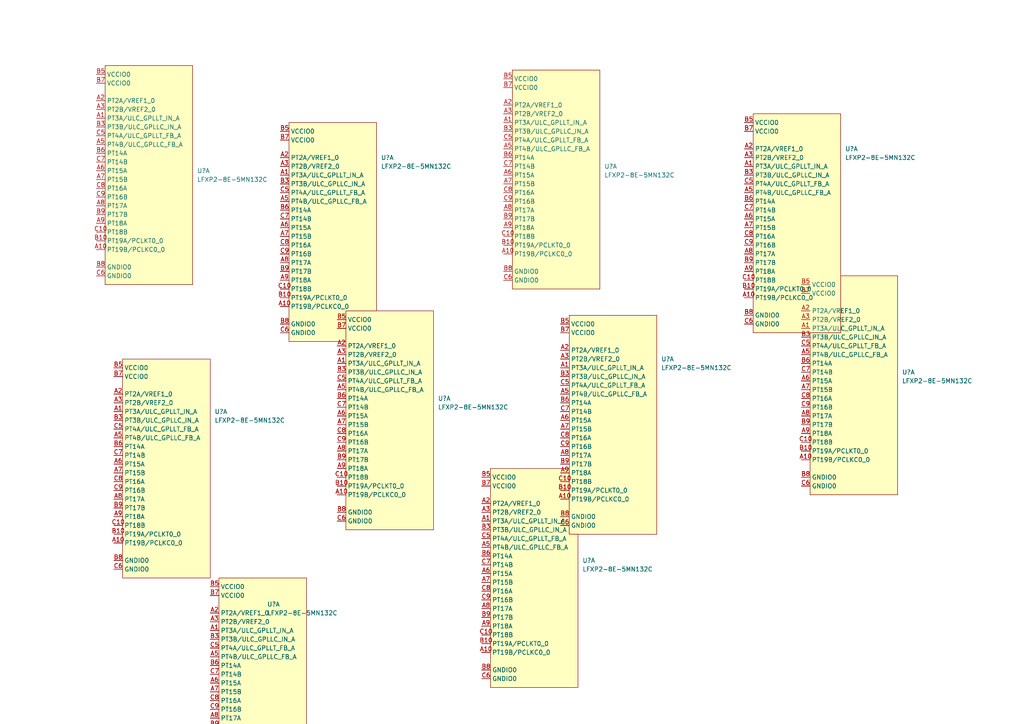
<source format=kicad_sch>
(kicad_sch (version 20211123) (generator eeschema)

  (uuid c4587bb7-c73a-4ad0-bcd4-d7dc9697e09b)

  (paper "A4")

  (title_block
    (title "FPGA")
  )

  (lib_symbols
    (symbol "FPGA_Lattice:LFXP2-8E-5MN132C" (in_bom yes) (on_board yes)
      (property "Reference" "U?" (id 0) (at 12.7 3.81 0)
        (effects (font (size 1.27 1.27)))
      )
      (property "Value" "LFXP2-8E-5MN132C" (id 1) (at 11.43 1.27 0)
        (effects (font (size 1.27 1.27)))
      )
      (property "Footprint" "" (id 2) (at 3.81 2.54 0)
        (effects (font (size 1.27 1.27)) hide)
      )
      (property "Datasheet" "" (id 3) (at 3.81 2.54 0)
        (effects (font (size 1.27 1.27)) hide)
      )
      (property "ki_locked" "" (id 4) (at 0 0 0)
        (effects (font (size 1.27 1.27)))
      )
      (symbol "LFXP2-8E-5MN132C_1_1"
        (rectangle (start 0 0) (end 25.4 -63.5)
          (stroke (width 0) (type default) (color 0 0 0 0))
          (fill (type background))
        )
        (pin bidirectional line (at -2.54 -15.24 0) (length 2.54)
          (name "PT3A/ULC_GPLLT_IN_A" (effects (font (size 1.27 1.27))))
          (number "A1" (effects (font (size 1.27 1.27))))
        )
        (pin bidirectional line (at -2.54 -53.34 0) (length 2.54)
          (name "PT19B/PCLKC0_0" (effects (font (size 1.27 1.27))))
          (number "A10" (effects (font (size 1.27 1.27))))
        )
        (pin bidirectional line (at -2.54 -10.16 0) (length 2.54)
          (name "PT2A/VREF1_0" (effects (font (size 1.27 1.27))))
          (number "A2" (effects (font (size 1.27 1.27))))
        )
        (pin bidirectional line (at -2.54 -12.7 0) (length 2.54)
          (name "PT2B/VREF2_0" (effects (font (size 1.27 1.27))))
          (number "A3" (effects (font (size 1.27 1.27))))
        )
        (pin bidirectional line (at -2.54 -22.86 0) (length 2.54)
          (name "PT4B/ULC_GPLLC_FB_A" (effects (font (size 1.27 1.27))))
          (number "A5" (effects (font (size 1.27 1.27))))
        )
        (pin bidirectional line (at -2.54 -30.48 0) (length 2.54)
          (name "PT15A" (effects (font (size 1.27 1.27))))
          (number "A6" (effects (font (size 1.27 1.27))))
        )
        (pin bidirectional line (at -2.54 -33.02 0) (length 2.54)
          (name "PT15B" (effects (font (size 1.27 1.27))))
          (number "A7" (effects (font (size 1.27 1.27))))
        )
        (pin bidirectional line (at -2.54 -40.64 0) (length 2.54)
          (name "PT17A" (effects (font (size 1.27 1.27))))
          (number "A8" (effects (font (size 1.27 1.27))))
        )
        (pin bidirectional line (at -2.54 -45.72 0) (length 2.54)
          (name "PT18A" (effects (font (size 1.27 1.27))))
          (number "A9" (effects (font (size 1.27 1.27))))
        )
        (pin bidirectional line (at -2.54 -50.8 0) (length 2.54)
          (name "PT19A/PCLKT0_0" (effects (font (size 1.27 1.27))))
          (number "B10" (effects (font (size 1.27 1.27))))
        )
        (pin bidirectional line (at -2.54 -17.78 0) (length 2.54)
          (name "PT3B/ULC_GPLLC_IN_A" (effects (font (size 1.27 1.27))))
          (number "B3" (effects (font (size 1.27 1.27))))
        )
        (pin power_in line (at -2.54 -2.54 0) (length 2.54)
          (name "VCCIO0" (effects (font (size 1.27 1.27))))
          (number "B5" (effects (font (size 1.27 1.27))))
        )
        (pin bidirectional line (at -2.54 -25.4 0) (length 2.54)
          (name "PT14A" (effects (font (size 1.27 1.27))))
          (number "B6" (effects (font (size 1.27 1.27))))
        )
        (pin power_in line (at -2.54 -5.08 0) (length 2.54)
          (name "VCCIO0" (effects (font (size 1.27 1.27))))
          (number "B7" (effects (font (size 1.27 1.27))))
        )
        (pin power_in line (at -2.54 -58.42 0) (length 2.54)
          (name "GNDIO0" (effects (font (size 1.27 1.27))))
          (number "B8" (effects (font (size 1.27 1.27))))
        )
        (pin bidirectional line (at -2.54 -43.18 0) (length 2.54)
          (name "PT17B" (effects (font (size 1.27 1.27))))
          (number "B9" (effects (font (size 1.27 1.27))))
        )
        (pin bidirectional line (at -2.54 -48.26 0) (length 2.54)
          (name "PT18B" (effects (font (size 1.27 1.27))))
          (number "C10" (effects (font (size 1.27 1.27))))
        )
        (pin bidirectional line (at -2.54 -20.32 0) (length 2.54)
          (name "PT4A/ULC_GPLLT_FB_A" (effects (font (size 1.27 1.27))))
          (number "C5" (effects (font (size 1.27 1.27))))
        )
        (pin power_in line (at -2.54 -60.96 0) (length 2.54)
          (name "GNDIO0" (effects (font (size 1.27 1.27))))
          (number "C6" (effects (font (size 1.27 1.27))))
        )
        (pin bidirectional line (at -2.54 -27.94 0) (length 2.54)
          (name "PT14B" (effects (font (size 1.27 1.27))))
          (number "C7" (effects (font (size 1.27 1.27))))
        )
        (pin bidirectional line (at -2.54 -35.56 0) (length 2.54)
          (name "PT16A" (effects (font (size 1.27 1.27))))
          (number "C8" (effects (font (size 1.27 1.27))))
        )
        (pin bidirectional line (at -2.54 -38.1 0) (length 2.54)
          (name "PT16B" (effects (font (size 1.27 1.27))))
          (number "C9" (effects (font (size 1.27 1.27))))
        )
      )
      (symbol "LFXP2-8E-5MN132C_2_1"
        (rectangle (start 0 0) (end 25.4 -22.86)
          (stroke (width 0) (type default) (color 0 0 0 0))
          (fill (type background))
        )
        (pin bidirectional line (at -2.54 -7.62 0) (length 2.54)
          (name "PT20A" (effects (font (size 1.27 1.27))))
          (number "A11" (effects (font (size 1.27 1.27))))
        )
        (pin power_in line (at -2.54 -2.54 0) (length 2.54)
          (name "VCCIO1" (effects (font (size 1.27 1.27))))
          (number "A12" (effects (font (size 1.27 1.27))))
        )
        (pin bidirectional line (at -2.54 -15.24 0) (length 2.54)
          (name "PT32B/VREF2_1" (effects (font (size 1.27 1.27))))
          (number "A13" (effects (font (size 1.27 1.27))))
        )
        (pin bidirectional line (at -2.54 -10.16 0) (length 2.54)
          (name "PT20B" (effects (font (size 1.27 1.27))))
          (number "B12" (effects (font (size 1.27 1.27))))
        )
        (pin bidirectional line (at -2.54 -12.7 0) (length 2.54)
          (name "PT32A/VREF1_1" (effects (font (size 1.27 1.27))))
          (number "B13" (effects (font (size 1.27 1.27))))
        )
        (pin power_in line (at -2.54 -20.32 0) (length 2.54)
          (name "GNDIO1" (effects (font (size 1.27 1.27))))
          (number "C12" (effects (font (size 1.27 1.27))))
        )
      )
      (symbol "LFXP2-8E-5MN132C_3_1"
        (rectangle (start 0 0) (end 25.4 -58.42)
          (stroke (width 0) (type default) (color 0 0 0 0))
          (fill (type background))
        )
        (pin bidirectional line (at -2.54 -10.16 0) (length 2.54)
          (name "PR2A/VREF1_2" (effects (font (size 1.27 1.27))))
          (number "A14" (effects (font (size 1.27 1.27))))
        )
        (pin bidirectional line (at -2.54 -12.7 0) (length 2.54)
          (name "PR2B/VREF2_2" (effects (font (size 1.27 1.27))))
          (number "B14" (effects (font (size 1.27 1.27))))
        )
        (pin power_in line (at -2.54 -53.34 0) (length 2.54)
          (name "GNDIO2" (effects (font (size 1.27 1.27))))
          (number "C13" (effects (font (size 1.27 1.27))))
        )
        (pin power_in line (at -2.54 -2.54 0) (length 2.54)
          (name "VCCIO2" (effects (font (size 1.27 1.27))))
          (number "C14" (effects (font (size 1.27 1.27))))
        )
        (pin bidirectional line (at -2.54 -15.24 0) (length 2.54)
          (name "PR10A" (effects (font (size 1.27 1.27))))
          (number "D12" (effects (font (size 1.27 1.27))))
        )
        (pin bidirectional line (at -2.54 -17.78 0) (length 2.54)
          (name "PR10B" (effects (font (size 1.27 1.27))))
          (number "D13" (effects (font (size 1.27 1.27))))
        )
        (pin bidirectional line (at -2.54 -20.32 0) (length 2.54)
          (name "PR11A" (effects (font (size 1.27 1.27))))
          (number "D14" (effects (font (size 1.27 1.27))))
        )
        (pin bidirectional line (at -2.54 -25.4 0) (length 2.54)
          (name "PR12A" (effects (font (size 1.27 1.27))))
          (number "E12" (effects (font (size 1.27 1.27))))
        )
        (pin power_in line (at -2.54 -55.88 0) (length 2.54)
          (name "GNDIO2" (effects (font (size 1.27 1.27))))
          (number "E13" (effects (font (size 1.27 1.27))))
        )
        (pin bidirectional line (at -2.54 -22.86 0) (length 2.54)
          (name "PR11B" (effects (font (size 1.27 1.27))))
          (number "E14" (effects (font (size 1.27 1.27))))
        )
        (pin bidirectional line (at -2.54 -27.94 0) (length 2.54)
          (name "PR12B" (effects (font (size 1.27 1.27))))
          (number "F12" (effects (font (size 1.27 1.27))))
        )
        (pin power_in line (at -2.54 -5.08 0) (length 2.54)
          (name "VCCIO2" (effects (font (size 1.27 1.27))))
          (number "F13" (effects (font (size 1.27 1.27))))
        )
        (pin bidirectional line (at -2.54 -30.48 0) (length 2.54)
          (name "PR13A" (effects (font (size 1.27 1.27))))
          (number "F14" (effects (font (size 1.27 1.27))))
        )
        (pin bidirectional line (at -2.54 -35.56 0) (length 2.54)
          (name "PR14A" (effects (font (size 1.27 1.27))))
          (number "G12" (effects (font (size 1.27 1.27))))
        )
        (pin bidirectional line (at -2.54 -38.1 0) (length 2.54)
          (name "PR14B" (effects (font (size 1.27 1.27))))
          (number "G13" (effects (font (size 1.27 1.27))))
        )
        (pin bidirectional line (at -2.54 -33.02 0) (length 2.54)
          (name "PR13B" (effects (font (size 1.27 1.27))))
          (number "G14" (effects (font (size 1.27 1.27))))
        )
        (pin bidirectional line (at -2.54 -43.18 0) (length 2.54)
          (name "PR15B" (effects (font (size 1.27 1.27))))
          (number "H12" (effects (font (size 1.27 1.27))))
        )
        (pin bidirectional line (at -2.54 -40.64 0) (length 2.54)
          (name "PR15A" (effects (font (size 1.27 1.27))))
          (number "H13" (effects (font (size 1.27 1.27))))
        )
        (pin bidirectional line (at -2.54 -45.72 0) (length 2.54)
          (name "PR16A/PCLKT2_0" (effects (font (size 1.27 1.27))))
          (number "H14" (effects (font (size 1.27 1.27))))
        )
        (pin bidirectional line (at -2.54 -48.26 0) (length 2.54)
          (name "PR16B/PCLKC2_0" (effects (font (size 1.27 1.27))))
          (number "J12" (effects (font (size 1.27 1.27))))
        )
      )
      (symbol "LFXP2-8E-5MN132C_4_1"
        (rectangle (start 0 0) (end 25.4 -22.86)
          (stroke (width 0) (type default) (color 0 0 0 0))
          (fill (type background))
        )
        (pin bidirectional line (at -2.54 -10.16 0) (length 2.54)
          (name "PR18A/PCLKT3_0" (effects (font (size 1.27 1.27))))
          (number "L14" (effects (font (size 1.27 1.27))))
        )
        (pin power_in line (at -2.54 -2.54 0) (length 2.54)
          (name "VCCIO3" (effects (font (size 1.27 1.27))))
          (number "M12" (effects (font (size 1.27 1.27))))
        )
        (pin bidirectional line (at -2.54 -7.62 0) (length 2.54)
          (name "PR18B/PCLKC3_0" (effects (font (size 1.27 1.27))))
          (number "M13" (effects (font (size 1.27 1.27))))
        )
        (pin power_in line (at -2.54 -20.32 0) (length 2.54)
          (name "GNDIO3" (effects (font (size 1.27 1.27))))
          (number "M14" (effects (font (size 1.27 1.27))))
        )
        (pin bidirectional line (at -2.54 -15.24 0) (length 2.54)
          (name "PR30B/VREF2_3" (effects (font (size 1.27 1.27))))
          (number "N13" (effects (font (size 1.27 1.27))))
        )
        (pin bidirectional line (at -2.54 -12.7 0) (length 2.54)
          (name "PR30A/VREF1_3" (effects (font (size 1.27 1.27))))
          (number "N14" (effects (font (size 1.27 1.27))))
        )
      )
      (symbol "LFXP2-8E-5MN132C_5_1"
        (rectangle (start 0 0) (end 25.4 -33.02)
          (stroke (width 0) (type default) (color 0 0 0 0))
          (fill (type background))
        )
        (pin bidirectional line (at -2.54 -15.24 0) (length 2.54)
          (name "PB30B/LRC_GPLLC_IN_A" (effects (font (size 1.27 1.27))))
          (number "M10" (effects (font (size 1.27 1.27))))
        )
        (pin power_in line (at -2.54 -2.54 0) (length 2.54)
          (name "VCCIO4" (effects (font (size 1.27 1.27))))
          (number "M9" (effects (font (size 1.27 1.27))))
        )
        (pin power_in line (at -2.54 -30.48 0) (length 2.54)
          (name "GNDIO4" (effects (font (size 1.27 1.27))))
          (number "N10" (effects (font (size 1.27 1.27))))
        )
        (pin bidirectional line (at -2.54 -22.86 0) (length 2.54)
          (name "PB32A/VREF1_4" (effects (font (size 1.27 1.27))))
          (number "N12" (effects (font (size 1.27 1.27))))
        )
        (pin bidirectional line (at -2.54 -10.16 0) (length 2.54)
          (name "PB20B/PCLKC4_0" (effects (font (size 1.27 1.27))))
          (number "N9" (effects (font (size 1.27 1.27))))
        )
        (pin bidirectional line (at -2.54 -12.7 0) (length 2.54)
          (name "PB30A/LRC_GPLLT_IN_A" (effects (font (size 1.27 1.27))))
          (number "P10" (effects (font (size 1.27 1.27))))
        )
        (pin bidirectional line (at -2.54 -17.78 0) (length 2.54)
          (name "PB31A/LRC_GPLLT_FB_A" (effects (font (size 1.27 1.27))))
          (number "P12" (effects (font (size 1.27 1.27))))
        )
        (pin bidirectional line (at -2.54 -20.32 0) (length 2.54)
          (name "PB31B/LRC_GPLLC_FB_A" (effects (font (size 1.27 1.27))))
          (number "P13" (effects (font (size 1.27 1.27))))
        )
        (pin bidirectional line (at -2.54 -25.4 0) (length 2.54)
          (name "PB32B/VREF2_4" (effects (font (size 1.27 1.27))))
          (number "P14" (effects (font (size 1.27 1.27))))
        )
        (pin bidirectional line (at -2.54 -7.62 0) (length 2.54)
          (name "PB20A/PCLKT4_0" (effects (font (size 1.27 1.27))))
          (number "P9" (effects (font (size 1.27 1.27))))
        )
      )
      (symbol "LFXP2-8E-5MN132C_6_1"
        (rectangle (start 0 0) (end 25.4 -53.34)
          (stroke (width 0) (type default) (color 0 0 0 0))
          (fill (type background))
        )
        (pin power_in line (at -2.54 -2.54 0) (length 2.54)
          (name "VCCIO5" (effects (font (size 1.27 1.27))))
          (number "M3" (effects (font (size 1.27 1.27))))
        )
        (pin bidirectional line (at -2.54 -22.86 0) (length 2.54)
          (name "PB15B" (effects (font (size 1.27 1.27))))
          (number "M4" (effects (font (size 1.27 1.27))))
        )
        (pin bidirectional line (at -2.54 -27.94 0) (length 2.54)
          (name "PB16B" (effects (font (size 1.27 1.27))))
          (number "M5" (effects (font (size 1.27 1.27))))
        )
        (pin bidirectional line (at -2.54 -33.02 0) (length 2.54)
          (name "PB17B" (effects (font (size 1.27 1.27))))
          (number "M6" (effects (font (size 1.27 1.27))))
        )
        (pin bidirectional line (at -2.54 -38.1 0) (length 2.54)
          (name "PB18B" (effects (font (size 1.27 1.27))))
          (number "M7" (effects (font (size 1.27 1.27))))
        )
        (pin bidirectional line (at -2.54 -12.7 0) (length 2.54)
          (name "PB2B/VREF2_5" (effects (font (size 1.27 1.27))))
          (number "N2" (effects (font (size 1.27 1.27))))
        )
        (pin bidirectional line (at -2.54 -20.32 0) (length 2.54)
          (name "PB15A" (effects (font (size 1.27 1.27))))
          (number "N3" (effects (font (size 1.27 1.27))))
        )
        (pin bidirectional line (at -2.54 -17.78 0) (length 2.54)
          (name "PB14B" (effects (font (size 1.27 1.27))))
          (number "N4" (effects (font (size 1.27 1.27))))
        )
        (pin power_in line (at -2.54 -5.08 0) (length 2.54)
          (name "VCCIO5" (effects (font (size 1.27 1.27))))
          (number "N5" (effects (font (size 1.27 1.27))))
        )
        (pin power_in line (at -2.54 -50.8 0) (length 2.54)
          (name "GNDIO5" (effects (font (size 1.27 1.27))))
          (number "N6" (effects (font (size 1.27 1.27))))
        )
        (pin bidirectional line (at -2.54 -40.64 0) (length 2.54)
          (name "PB19A/PCLKT5_0" (effects (font (size 1.27 1.27))))
          (number "N7" (effects (font (size 1.27 1.27))))
        )
        (pin bidirectional line (at -2.54 -43.18 0) (length 2.54)
          (name "PB19B/PCLKC5_0" (effects (font (size 1.27 1.27))))
          (number "N8" (effects (font (size 1.27 1.27))))
        )
        (pin bidirectional line (at -2.54 -10.16 0) (length 2.54)
          (name "PB2A/VREF1_5" (effects (font (size 1.27 1.27))))
          (number "P2" (effects (font (size 1.27 1.27))))
        )
        (pin power_in line (at -2.54 -48.26 0) (length 2.54)
          (name "GNDIO5" (effects (font (size 1.27 1.27))))
          (number "P3" (effects (font (size 1.27 1.27))))
        )
        (pin bidirectional line (at -2.54 -15.24 0) (length 2.54)
          (name "PB14A" (effects (font (size 1.27 1.27))))
          (number "P4" (effects (font (size 1.27 1.27))))
        )
        (pin bidirectional line (at -2.54 -25.4 0) (length 2.54)
          (name "PB16A" (effects (font (size 1.27 1.27))))
          (number "P5" (effects (font (size 1.27 1.27))))
        )
        (pin bidirectional line (at -2.54 -30.48 0) (length 2.54)
          (name "PB17A" (effects (font (size 1.27 1.27))))
          (number "P6" (effects (font (size 1.27 1.27))))
        )
        (pin bidirectional line (at -2.54 -35.56 0) (length 2.54)
          (name "PB18A" (effects (font (size 1.27 1.27))))
          (number "P7" (effects (font (size 1.27 1.27))))
        )
      )
      (symbol "LFXP2-8E-5MN132C_7_1"
        (rectangle (start 0 0) (end 25.4 -27.94)
          (stroke (width 0) (type default) (color 0 0 0 0))
          (fill (type background))
        )
        (pin bidirectional line (at -2.54 -12.7 0) (length 2.54)
          (name "PL19A" (effects (font (size 1.27 1.27))))
          (number "K3" (effects (font (size 1.27 1.27))))
        )
        (pin bidirectional line (at -2.54 -7.62 0) (length 2.54)
          (name "PL18A/PCLKT6_0" (effects (font (size 1.27 1.27))))
          (number "L1" (effects (font (size 1.27 1.27))))
        )
        (pin bidirectional line (at -2.54 -15.24 0) (length 2.54)
          (name "PL19B" (effects (font (size 1.27 1.27))))
          (number "L2" (effects (font (size 1.27 1.27))))
        )
        (pin bidirectional line (at -2.54 -10.16 0) (length 2.54)
          (name "PL18B/PCLKC6_0" (effects (font (size 1.27 1.27))))
          (number "L3" (effects (font (size 1.27 1.27))))
        )
        (pin power_in line (at -2.54 -2.54 0) (length 2.54)
          (name "VCCIO6" (effects (font (size 1.27 1.27))))
          (number "M1" (effects (font (size 1.27 1.27))))
        )
        (pin power_in line (at -2.54 -25.4 0) (length 2.54)
          (name "GNDIO6" (effects (font (size 1.27 1.27))))
          (number "M2" (effects (font (size 1.27 1.27))))
        )
        (pin bidirectional line (at -2.54 -17.78 0) (length 2.54)
          (name "PL32A/VREF1_6" (effects (font (size 1.27 1.27))))
          (number "N1" (effects (font (size 1.27 1.27))))
        )
        (pin bidirectional line (at -2.54 -20.32 0) (length 2.54)
          (name "PL32B/VREF2_6" (effects (font (size 1.27 1.27))))
          (number "P1" (effects (font (size 1.27 1.27))))
        )
      )
      (symbol "LFXP2-8E-5MN132C_8_1"
        (rectangle (start 0 0) (end 25.4 -58.42)
          (stroke (width 0) (type default) (color 0 0 0 0))
          (fill (type background))
        )
        (pin bidirectional line (at -2.54 -10.16 0) (length 2.54)
          (name "PL2A/VREF1_7" (effects (font (size 1.27 1.27))))
          (number "B1" (effects (font (size 1.27 1.27))))
        )
        (pin bidirectional line (at -2.54 -12.7 0) (length 2.54)
          (name "PL2B/VREF2_7" (effects (font (size 1.27 1.27))))
          (number "B2" (effects (font (size 1.27 1.27))))
        )
        (pin power_in line (at -2.54 -53.34 0) (length 2.54)
          (name "GNDIO7" (effects (font (size 1.27 1.27))))
          (number "C1" (effects (font (size 1.27 1.27))))
        )
        (pin bidirectional line (at -2.54 -15.24 0) (length 2.54)
          (name "PL10A/PROGRAMN" (effects (font (size 1.27 1.27))))
          (number "C2" (effects (font (size 1.27 1.27))))
        )
        (pin power_in line (at -2.54 -2.54 0) (length 2.54)
          (name "VCCIO7" (effects (font (size 1.27 1.27))))
          (number "C3" (effects (font (size 1.27 1.27))))
        )
        (pin bidirectional line (at -2.54 -20.32 0) (length 2.54)
          (name "PL11A/CFG1" (effects (font (size 1.27 1.27))))
          (number "D1" (effects (font (size 1.27 1.27))))
        )
        (pin bidirectional line (at -2.54 -25.4 0) (length 2.54)
          (name "PL12A/CSSPISN" (effects (font (size 1.27 1.27))))
          (number "D2" (effects (font (size 1.27 1.27))))
        )
        (pin bidirectional line (at -2.54 -17.78 0) (length 2.54)
          (name "PL10B/DONE" (effects (font (size 1.27 1.27))))
          (number "D3" (effects (font (size 1.27 1.27))))
        )
        (pin bidirectional line (at -2.54 -22.86 0) (length 2.54)
          (name "PL11B" (effects (font (size 1.27 1.27))))
          (number "E1" (effects (font (size 1.27 1.27))))
        )
        (pin power_in line (at -2.54 -55.88 0) (length 2.54)
          (name "GNDIO7" (effects (font (size 1.27 1.27))))
          (number "E2" (effects (font (size 1.27 1.27))))
        )
        (pin bidirectional line (at -2.54 -27.94 0) (length 2.54)
          (name "PL12B/CSSPIN" (effects (font (size 1.27 1.27))))
          (number "E3" (effects (font (size 1.27 1.27))))
        )
        (pin bidirectional line (at -2.54 -30.48 0) (length 2.54)
          (name "PL13A" (effects (font (size 1.27 1.27))))
          (number "F1" (effects (font (size 1.27 1.27))))
        )
        (pin power_in line (at -2.54 -5.08 0) (length 2.54)
          (name "VCCIO7" (effects (font (size 1.27 1.27))))
          (number "F2" (effects (font (size 1.27 1.27))))
        )
        (pin bidirectional line (at -2.54 -35.56 0) (length 2.54)
          (name "PL14A/CCLK" (effects (font (size 1.27 1.27))))
          (number "F3" (effects (font (size 1.27 1.27))))
        )
        (pin bidirectional line (at -2.54 -33.02 0) (length 2.54)
          (name "PL13B" (effects (font (size 1.27 1.27))))
          (number "G1" (effects (font (size 1.27 1.27))))
        )
        (pin bidirectional line (at -2.54 -38.1 0) (length 2.54)
          (name "PL14B/SO" (effects (font (size 1.27 1.27))))
          (number "G2" (effects (font (size 1.27 1.27))))
        )
        (pin bidirectional line (at -2.54 -43.18 0) (length 2.54)
          (name "PL15B/INITN" (effects (font (size 1.27 1.27))))
          (number "G3" (effects (font (size 1.27 1.27))))
        )
        (pin bidirectional line (at -2.54 -45.72 0) (length 2.54)
          (name "PL16A/PCLKT7_0" (effects (font (size 1.27 1.27))))
          (number "H1" (effects (font (size 1.27 1.27))))
        )
        (pin bidirectional line (at -2.54 -40.64 0) (length 2.54)
          (name "PL15A/SI" (effects (font (size 1.27 1.27))))
          (number "H2" (effects (font (size 1.27 1.27))))
        )
        (pin bidirectional line (at -2.54 -48.26 0) (length 2.54)
          (name "PL16B/PCLKC7_0" (effects (font (size 1.27 1.27))))
          (number "H3" (effects (font (size 1.27 1.27))))
        )
      )
      (symbol "LFXP2-8E-5MN132C_9_1"
        (rectangle (start 0 0) (end 12.7 -17.78)
          (stroke (width 0) (type default) (color 0 0 0 0))
          (fill (type background))
        )
        (pin bidirectional line (at -2.54 -2.54 0) (length 2.54)
          (name "VCCJ" (effects (font (size 1.27 1.27))))
          (number "K12" (effects (font (size 1.27 1.27))))
        )
        (pin bidirectional line (at -2.54 -15.24 0) (length 2.54)
          (name "TDO" (effects (font (size 1.27 1.27))))
          (number "K13" (effects (font (size 1.27 1.27))))
        )
        (pin bidirectional line (at -2.54 -10.16 0) (length 2.54)
          (name "TCK" (effects (font (size 1.27 1.27))))
          (number "K14" (effects (font (size 1.27 1.27))))
        )
        (pin bidirectional line (at -2.54 -7.62 0) (length 2.54)
          (name "TMS" (effects (font (size 1.27 1.27))))
          (number "L12" (effects (font (size 1.27 1.27))))
        )
        (pin bidirectional line (at -2.54 -12.7 0) (length 2.54)
          (name "TDI" (effects (font (size 1.27 1.27))))
          (number "L13" (effects (font (size 1.27 1.27))))
        )
      )
      (symbol "LFXP2-8E-5MN132C_10_1"
        (rectangle (start 0 0) (end 25.4 -55.88)
          (stroke (width 0) (type default) (color 0 0 0 0))
          (fill (type background))
        )
        (pin power_in line (at -2.54 -40.64 0) (length 2.54)
          (name "ULC_VCCPLL" (effects (font (size 1.27 1.27))))
          (number "A4" (effects (font (size 1.27 1.27))))
        )
        (pin power_in line (at -2.54 -12.7 0) (length 2.54)
          (name "VCC" (effects (font (size 1.27 1.27))))
          (number "B11" (effects (font (size 1.27 1.27))))
        )
        (pin power_in line (at -2.54 -45.72 0) (length 2.54)
          (name "ULC_GNDPLL" (effects (font (size 1.27 1.27))))
          (number "B4" (effects (font (size 1.27 1.27))))
        )
        (pin power_in line (at -2.54 -27.94 0) (length 2.54)
          (name "VCCAUX" (effects (font (size 1.27 1.27))))
          (number "C11" (effects (font (size 1.27 1.27))))
        )
        (pin power_in line (at -2.54 -15.24 0) (length 2.54)
          (name "VCC" (effects (font (size 1.27 1.27))))
          (number "C4" (effects (font (size 1.27 1.27))))
        )
        (pin power_in line (at -2.54 -53.34 0) (length 2.54)
          (name "GND" (effects (font (size 1.27 1.27))))
          (number "J1" (effects (font (size 1.27 1.27))))
        )
        (pin power_in line (at -2.54 -10.16 0) (length 2.54)
          (name "VCC" (effects (font (size 1.27 1.27))))
          (number "J13" (effects (font (size 1.27 1.27))))
        )
        (pin power_in line (at -2.54 -25.4 0) (length 2.54)
          (name "VCCAUX" (effects (font (size 1.27 1.27))))
          (number "J14" (effects (font (size 1.27 1.27))))
        )
        (pin power_in line (at -2.54 -20.32 0) (length 2.54)
          (name "VCCAUX" (effects (font (size 1.27 1.27))))
          (number "J2" (effects (font (size 1.27 1.27))))
        )
        (pin power_in line (at -2.54 -2.54 0) (length 2.54)
          (name "VCC" (effects (font (size 1.27 1.27))))
          (number "J3" (effects (font (size 1.27 1.27))))
        )
        (pin input line (at -2.54 -35.56 0) (length 2.54)
          (name "CFG0" (effects (font (size 1.27 1.27))))
          (number "K1" (effects (font (size 1.27 1.27))))
        )
        (pin input line (at -2.54 -33.02 0) (length 2.54)
          (name "TOE" (effects (font (size 1.27 1.27))))
          (number "K2" (effects (font (size 1.27 1.27))))
        )
        (pin power_in line (at -2.54 -48.26 0) (length 2.54)
          (name "LRC_GNDPLL" (effects (font (size 1.27 1.27))))
          (number "M11" (effects (font (size 1.27 1.27))))
        )
        (pin power_in line (at -2.54 -22.86 0) (length 2.54)
          (name "VCCAUX" (effects (font (size 1.27 1.27))))
          (number "M8" (effects (font (size 1.27 1.27))))
        )
        (pin power_in line (at -2.54 -7.62 0) (length 2.54)
          (name "VCC" (effects (font (size 1.27 1.27))))
          (number "N11" (effects (font (size 1.27 1.27))))
        )
        (pin power_in line (at -2.54 -43.18 0) (length 2.54)
          (name "LRC_VCCPLL" (effects (font (size 1.27 1.27))))
          (number "P11" (effects (font (size 1.27 1.27))))
        )
        (pin power_in line (at -2.54 -5.08 0) (length 2.54)
          (name "VCC" (effects (font (size 1.27 1.27))))
          (number "P8" (effects (font (size 1.27 1.27))))
        )
      )
    )
  )


  (symbol (lib_id "FPGA_Lattice:LFXP2-8E-5MN132C") (at 35.56 104.14 0)
    (in_bom yes) (on_board yes) (fields_autoplaced)
    (uuid 03031b1d-3503-4fbb-bb1d-d0daee267daa)
    (property "Reference" "U?" (id 0) (at 62.23 119.3799 0)
      (effects (font (size 1.27 1.27)) (justify left))
    )
    (property "Value" "LFXP2-8E-5MN132C" (id 1) (at 62.23 121.9199 0)
      (effects (font (size 1.27 1.27)) (justify left))
    )
    (property "Footprint" "" (id 2) (at 39.37 101.6 0)
      (effects (font (size 1.27 1.27)) hide)
    )
    (property "Datasheet" "" (id 3) (at 39.37 101.6 0)
      (effects (font (size 1.27 1.27)) hide)
    )
    (pin "M10" (uuid 42af8a18-846c-4d20-bbb6-e9703da73b65))
    (pin "M9" (uuid 9e070008-8121-4a2c-b0f6-1f25a22d1f95))
    (pin "N10" (uuid 8fc0e284-4d10-4886-b04e-1d1c98e00f16))
    (pin "N12" (uuid 11a1856c-6ec0-432b-9964-50ceab89188e))
    (pin "N9" (uuid 046e5b53-9e19-48cc-834f-8cd487793870))
    (pin "P10" (uuid 22387cf7-8e73-4b64-ac32-ced7b21671fd))
    (pin "P12" (uuid 646d4c88-d932-456d-9809-ca8135f311e9))
    (pin "P13" (uuid fcf2a30e-0907-47a1-8198-039df1d87888))
    (pin "P14" (uuid 079b412a-60f3-415d-b992-79399f5f997e))
    (pin "P9" (uuid 15ce83ed-8715-4d66-946a-945b08bd166f))
  )

  (symbol (lib_id "FPGA_Lattice:LFXP2-8E-5MN132C") (at 83.82 35.56 0)
    (in_bom yes) (on_board yes) (fields_autoplaced)
    (uuid 1765047d-477d-4e9e-a14b-c311772de8ac)
    (property "Reference" "U?" (id 0) (at 110.49 45.7199 0)
      (effects (font (size 1.27 1.27)) (justify left))
    )
    (property "Value" "LFXP2-8E-5MN132C" (id 1) (at 110.49 48.2599 0)
      (effects (font (size 1.27 1.27)) (justify left))
    )
    (property "Footprint" "" (id 2) (at 87.63 33.02 0)
      (effects (font (size 1.27 1.27)) hide)
    )
    (property "Datasheet" "" (id 3) (at 87.63 33.02 0)
      (effects (font (size 1.27 1.27)) hide)
    )
    (pin "A11" (uuid e3a2af96-786b-4663-9cd5-6f4a153c73df))
    (pin "A12" (uuid fc4575c7-1211-4a6e-9b0c-bd311d6a5db5))
    (pin "A13" (uuid 0ceff678-fdd5-4844-b0e6-b9747faf23be))
    (pin "B12" (uuid 37e5ded2-3f6d-4c40-8873-12ca95033cc8))
    (pin "B13" (uuid 9057bac2-3beb-49f2-a9c8-8c8e66ee4bf2))
    (pin "C12" (uuid 513578c7-a30d-4695-b141-34a581b1d4cb))
  )

  (symbol (lib_id "FPGA_Lattice:LFXP2-8E-5MN132C") (at 142.24 135.89 0)
    (in_bom yes) (on_board yes) (fields_autoplaced)
    (uuid 2c70d510-d60c-4bed-aef6-47a1a52339b8)
    (property "Reference" "U?" (id 0) (at 168.91 162.5599 0)
      (effects (font (size 1.27 1.27)) (justify left))
    )
    (property "Value" "LFXP2-8E-5MN132C" (id 1) (at 168.91 165.0999 0)
      (effects (font (size 1.27 1.27)) (justify left))
    )
    (property "Footprint" "" (id 2) (at 146.05 133.35 0)
      (effects (font (size 1.27 1.27)) hide)
    )
    (property "Datasheet" "" (id 3) (at 146.05 133.35 0)
      (effects (font (size 1.27 1.27)) hide)
    )
    (pin "A4" (uuid a0576b86-4339-4fe7-90f9-a86443f371dd))
    (pin "B11" (uuid 283da747-0a29-4bf8-be16-c43826437d60))
    (pin "B4" (uuid d63d3b76-1d2c-4205-9f33-6c1676336802))
    (pin "C11" (uuid a43a7a13-409f-4973-9701-588fbcebbd91))
    (pin "C4" (uuid daa2df05-04bc-4dd6-8958-92aa4f6233a0))
    (pin "J1" (uuid 9b7644b5-92d3-4338-9d9a-ad1fc4429e92))
    (pin "J13" (uuid f86ca39f-4224-4a5c-ba1a-24bcda5dae89))
    (pin "J14" (uuid 78c55dce-bd16-46fb-8de1-db1377dadff9))
    (pin "J2" (uuid b72dd3b3-31c1-4971-b175-c8e328b96916))
    (pin "J3" (uuid c687561e-c382-48c1-b069-cd300809bba5))
    (pin "K1" (uuid ae5787de-8059-4d56-992f-63c88d07f9f7))
    (pin "K2" (uuid a0fa262b-99e4-4387-995b-f0c63c1441bb))
    (pin "M11" (uuid afa659e2-5c04-4d6c-9b38-cbbcb6fa4810))
    (pin "M8" (uuid 309578c2-6f74-4867-9627-597ca3d9abed))
    (pin "N11" (uuid c3f23909-5467-47d8-b5e0-4e8edb570e6a))
    (pin "P11" (uuid 793705c3-2363-4c7b-bf26-d0af62a462e8))
    (pin "P8" (uuid 0d322a60-9cc8-438d-bd3e-ef3d0c0b9599))
  )

  (symbol (lib_id "FPGA_Lattice:LFXP2-8E-5MN132C") (at 234.95 80.01 0)
    (in_bom yes) (on_board yes) (fields_autoplaced)
    (uuid 348f0dc1-2fce-4d8e-8a95-66b79092ec52)
    (property "Reference" "U?" (id 0) (at 261.62 107.9499 0)
      (effects (font (size 1.27 1.27)) (justify left))
    )
    (property "Value" "LFXP2-8E-5MN132C" (id 1) (at 261.62 110.4899 0)
      (effects (font (size 1.27 1.27)) (justify left))
    )
    (property "Footprint" "" (id 2) (at 238.76 77.47 0)
      (effects (font (size 1.27 1.27)) hide)
    )
    (property "Datasheet" "" (id 3) (at 238.76 77.47 0)
      (effects (font (size 1.27 1.27)) hide)
    )
    (pin "B1" (uuid e4372dd1-2540-4f56-8be4-c29754f6c8b4))
    (pin "B2" (uuid ced47904-7700-4c2a-b822-da09b011e914))
    (pin "C1" (uuid 6a983344-009f-4da8-8f69-c2fc68673302))
    (pin "C2" (uuid 41a177e0-d92a-493e-8536-2411f04bc447))
    (pin "C3" (uuid 971ed987-493f-43a7-b698-1b7475381e16))
    (pin "D1" (uuid d1ead60a-e545-4ddf-a588-c839cd9a16c2))
    (pin "D2" (uuid 43a98620-23da-460a-8ba2-a7816a067433))
    (pin "D3" (uuid a20feb93-5aa9-417d-8a0f-71494dc240ed))
    (pin "E1" (uuid a2391ff0-af3d-45cd-8632-e474ab143162))
    (pin "E2" (uuid 91f4a1ba-c121-49bc-bc28-3ccfba294bd2))
    (pin "E3" (uuid ef66c3ca-7a82-46fe-948b-ffca7d14c3cf))
    (pin "F1" (uuid bbab2132-fd4a-481a-bfaf-a02671ef125f))
    (pin "F2" (uuid 81aba31e-6206-4ff4-80fd-21a9f343328e))
    (pin "F3" (uuid 1250cafa-4c50-40f4-a07d-38b647c89291))
    (pin "G1" (uuid 60d129ec-aad9-43ad-be3f-3df8db652dee))
    (pin "G2" (uuid 40255f2e-5b3a-443b-b71c-a08fa8e40c04))
    (pin "G3" (uuid a384cd79-207f-402d-a125-b08728f09ef6))
    (pin "H1" (uuid d4b7e66f-ed35-4fc5-94a9-d500fd014e53))
    (pin "H2" (uuid 3099960b-a3f2-4db2-8c8c-aaebfded5de2))
    (pin "H3" (uuid dfca63d2-44ed-4e74-88d2-b1aeb5986752))
  )

  (symbol (lib_id "FPGA_Lattice:LFXP2-8E-5MN132C") (at 30.48 19.05 0)
    (in_bom yes) (on_board yes) (fields_autoplaced)
    (uuid 3b80cf20-b12b-49a6-84bd-473603c85348)
    (property "Reference" "U?" (id 0) (at 57.15 49.5299 0)
      (effects (font (size 1.27 1.27)) (justify left))
    )
    (property "Value" "LFXP2-8E-5MN132C" (id 1) (at 57.15 52.0699 0)
      (effects (font (size 1.27 1.27)) (justify left))
    )
    (property "Footprint" "" (id 2) (at 34.29 16.51 0)
      (effects (font (size 1.27 1.27)) hide)
    )
    (property "Datasheet" "" (id 3) (at 34.29 16.51 0)
      (effects (font (size 1.27 1.27)) hide)
    )
    (pin "A1" (uuid 439df521-e1a3-4c85-9f8a-40477ccc1afa))
    (pin "A10" (uuid fe223f66-d83b-4376-8eab-cd6e45f4e638))
    (pin "A2" (uuid 05e769a8-c051-4b93-af57-10a4df2f13d9))
    (pin "A3" (uuid 8d7e4b84-9df3-4fb2-af18-cd9deca9186b))
    (pin "A5" (uuid 31c747ef-fca4-429b-8bf8-7cdf4e4bb998))
    (pin "A6" (uuid 5e535751-7fb8-4377-8a8b-c2da5c79e561))
    (pin "A7" (uuid 576d8135-548e-47c5-b503-811abdcd21cc))
    (pin "A8" (uuid 7d871d8f-fdc2-4639-bffc-4555d667abf0))
    (pin "A9" (uuid 6bf9e8f5-924e-4e82-b356-df8e687e1f76))
    (pin "B10" (uuid 8ae01a52-7874-49af-af42-f4170137df33))
    (pin "B3" (uuid 54b3a802-a488-418a-92cf-57167ccf4e3f))
    (pin "B5" (uuid c5ea56a6-f10a-4199-a6ac-73c81f12cb68))
    (pin "B6" (uuid 99658144-2ca8-43a4-a3d6-3a1fcc426c73))
    (pin "B7" (uuid 43f887c5-13a6-4405-8406-83fb28ef5b9f))
    (pin "B8" (uuid 72c1de30-7026-4f52-b18c-df74e0cddec4))
    (pin "B9" (uuid 742178d4-fd16-4aaa-bf6d-c83044e9963e))
    (pin "C10" (uuid 01007531-f259-4500-8eaa-5aeb6d06e047))
    (pin "C5" (uuid 383effb9-dd70-4f51-98ad-1c49fd13e6d5))
    (pin "C6" (uuid 0462e91a-0bca-45d0-a38b-841afdb8ec2d))
    (pin "C7" (uuid 77f50475-0252-44fe-acb4-375bdc425444))
    (pin "C8" (uuid 55bc245a-1104-4c24-a8ef-d57f4094a24e))
    (pin "C9" (uuid ad0be7b5-1b1d-4986-a144-65a8f35426b2))
  )

  (symbol (lib_id "FPGA_Lattice:LFXP2-8E-5MN132C") (at 63.5 167.64 0)
    (in_bom yes) (on_board yes) (fields_autoplaced)
    (uuid b7d43457-8a30-461a-9b4f-a37a3e412df8)
    (property "Reference" "U?" (id 0) (at 77.47 175.2599 0)
      (effects (font (size 1.27 1.27)) (justify left))
    )
    (property "Value" "LFXP2-8E-5MN132C" (id 1) (at 77.47 177.7999 0)
      (effects (font (size 1.27 1.27)) (justify left))
    )
    (property "Footprint" "" (id 2) (at 67.31 165.1 0)
      (effects (font (size 1.27 1.27)) hide)
    )
    (property "Datasheet" "" (id 3) (at 67.31 165.1 0)
      (effects (font (size 1.27 1.27)) hide)
    )
    (pin "K12" (uuid 2e949be8-89ee-49f2-b744-b52b15e9fb99))
    (pin "K13" (uuid e0526bcd-6d16-43fd-a131-b3dc8e03bec8))
    (pin "K14" (uuid 9a54cc07-3de0-41d6-b9a1-55f87c3ece65))
    (pin "L12" (uuid 1cadc434-afc6-4a79-9300-217de6951b83))
    (pin "L13" (uuid 523e2a19-cb49-4419-b137-24d78a8c7ff1))
  )

  (symbol (lib_id "FPGA_Lattice:LFXP2-8E-5MN132C") (at 100.33 90.17 0)
    (in_bom yes) (on_board yes) (fields_autoplaced)
    (uuid c0ae4ece-7462-465e-9c01-02b01c36e260)
    (property "Reference" "U?" (id 0) (at 127 115.5699 0)
      (effects (font (size 1.27 1.27)) (justify left))
    )
    (property "Value" "LFXP2-8E-5MN132C" (id 1) (at 127 118.1099 0)
      (effects (font (size 1.27 1.27)) (justify left))
    )
    (property "Footprint" "" (id 2) (at 104.14 87.63 0)
      (effects (font (size 1.27 1.27)) hide)
    )
    (property "Datasheet" "" (id 3) (at 104.14 87.63 0)
      (effects (font (size 1.27 1.27)) hide)
    )
    (pin "M3" (uuid 0020049b-5f26-43ba-a200-21c1c47729d7))
    (pin "M4" (uuid 8a5be3c8-eba2-42fb-92e1-9ce31ef6aa7d))
    (pin "M5" (uuid 4d7add66-d6ff-4063-ac21-1ab158174eed))
    (pin "M6" (uuid 58dbadfa-69ed-4666-b350-7180b80e98de))
    (pin "M7" (uuid 22d4c0ad-2651-46b5-b3bb-5a75ca1ebf00))
    (pin "N2" (uuid 47e3fa14-6584-495e-aac4-0161e96d99b0))
    (pin "N3" (uuid 17f4ce8c-5551-4522-8e57-b36e39097676))
    (pin "N4" (uuid ef4aaa96-349b-4e20-818d-89ab8c6dbd1a))
    (pin "N5" (uuid a460fcd9-cc60-4a9b-b861-31ef9d8db27d))
    (pin "N6" (uuid dfe9229c-1ff7-43a2-b747-d376c7830b72))
    (pin "N7" (uuid 4fb48760-7897-446e-9759-7901375c7101))
    (pin "N8" (uuid b4dcb2f2-8abb-458b-ac1c-66020a7acca3))
    (pin "P2" (uuid 8ffdbc98-c688-487b-bcfd-0655cc6eaf42))
    (pin "P3" (uuid 8ebbdbc1-947d-4fbd-8ebd-0135018c1aaf))
    (pin "P4" (uuid ba25255a-5881-4411-863c-f6f9ec8f17f6))
    (pin "P5" (uuid 372635e7-34ad-42bf-af33-4af4f7f083de))
    (pin "P6" (uuid 5dad9408-290a-464f-aacb-95b0201911d4))
    (pin "P7" (uuid cdcc3576-53b6-4688-9547-5aba0ce2c025))
  )

  (symbol (lib_id "FPGA_Lattice:LFXP2-8E-5MN132C") (at 218.44 33.02 0)
    (in_bom yes) (on_board yes) (fields_autoplaced)
    (uuid c39ad1a9-2c59-481d-9cf3-32a127a43b1d)
    (property "Reference" "U?" (id 0) (at 245.11 43.1799 0)
      (effects (font (size 1.27 1.27)) (justify left))
    )
    (property "Value" "LFXP2-8E-5MN132C" (id 1) (at 245.11 45.7199 0)
      (effects (font (size 1.27 1.27)) (justify left))
    )
    (property "Footprint" "" (id 2) (at 222.25 30.48 0)
      (effects (font (size 1.27 1.27)) hide)
    )
    (property "Datasheet" "" (id 3) (at 222.25 30.48 0)
      (effects (font (size 1.27 1.27)) hide)
    )
    (pin "L14" (uuid 4dcad692-07f1-4419-b740-7d1b1d2b2131))
    (pin "M12" (uuid 30ebbe43-ac12-4046-9c80-05af04901dd6))
    (pin "M13" (uuid f0e9a0db-933f-4e41-896e-7d005b8473a9))
    (pin "M14" (uuid 54085dfb-d3f5-41ad-80ba-216ce65a3810))
    (pin "N13" (uuid 15f10007-7dad-4dff-947c-cfe29d252c61))
    (pin "N14" (uuid 0fbb8815-5482-49f6-beb1-b8d177141383))
  )

  (symbol (lib_id "FPGA_Lattice:LFXP2-8E-5MN132C") (at 165.1 91.44 0)
    (in_bom yes) (on_board yes) (fields_autoplaced)
    (uuid f190f8af-9d18-4cca-84ff-7cbb88c4fd8f)
    (property "Reference" "U?" (id 0) (at 191.77 104.1399 0)
      (effects (font (size 1.27 1.27)) (justify left))
    )
    (property "Value" "LFXP2-8E-5MN132C" (id 1) (at 191.77 106.6799 0)
      (effects (font (size 1.27 1.27)) (justify left))
    )
    (property "Footprint" "" (id 2) (at 168.91 88.9 0)
      (effects (font (size 1.27 1.27)) hide)
    )
    (property "Datasheet" "" (id 3) (at 168.91 88.9 0)
      (effects (font (size 1.27 1.27)) hide)
    )
    (pin "K3" (uuid e943a398-f232-4402-84ca-dc627989d574))
    (pin "L1" (uuid b4ba2bbd-de94-474f-b765-13fb58a694e3))
    (pin "L2" (uuid 26a19793-2219-4d85-a6b7-e492ffeaa372))
    (pin "L3" (uuid 0fb1da1d-a15f-4b4b-8039-0fb8b5ec1ab1))
    (pin "M1" (uuid 368bd6b7-5723-4be1-8024-d392cad5a608))
    (pin "M2" (uuid 47d31f9d-4eb9-42e8-80ae-43754fc15cc8))
    (pin "N1" (uuid d3057846-5848-4fb5-b747-777e277affb1))
    (pin "P1" (uuid c42705c7-fca1-4365-9760-070e129a1732))
  )

  (symbol (lib_id "FPGA_Lattice:LFXP2-8E-5MN132C") (at 148.59 20.32 0)
    (in_bom yes) (on_board yes) (fields_autoplaced)
    (uuid f61655d7-5449-47b8-9e48-9d7ea80abb6f)
    (property "Reference" "U?" (id 0) (at 175.26 48.2599 0)
      (effects (font (size 1.27 1.27)) (justify left))
    )
    (property "Value" "LFXP2-8E-5MN132C" (id 1) (at 175.26 50.7999 0)
      (effects (font (size 1.27 1.27)) (justify left))
    )
    (property "Footprint" "" (id 2) (at 152.4 17.78 0)
      (effects (font (size 1.27 1.27)) hide)
    )
    (property "Datasheet" "" (id 3) (at 152.4 17.78 0)
      (effects (font (size 1.27 1.27)) hide)
    )
    (pin "A14" (uuid 7925f068-1df3-4136-858c-b769e604e0a0))
    (pin "B14" (uuid 796f2126-f93d-430d-8865-59d713d77415))
    (pin "C13" (uuid bc5f8ad7-e5cd-43cc-8368-2d1932370607))
    (pin "C14" (uuid 5c953b89-c984-46d8-90b5-d37747a42ca1))
    (pin "D12" (uuid 3c457794-7cb9-4428-9ce6-0fd27c1dd307))
    (pin "D13" (uuid 6b06efb6-04cd-4391-898f-4b2fd745e57d))
    (pin "D14" (uuid fa16d04f-27ab-4d95-be90-3c264a7f5f85))
    (pin "E12" (uuid d969baf8-cbd6-497a-9943-6fd745a78f84))
    (pin "E13" (uuid 52bd69af-5ac2-4647-8849-907734fda228))
    (pin "E14" (uuid 46c9cad4-b42c-4161-97c6-2abd64862e1f))
    (pin "F12" (uuid d64aa697-46e3-4db8-b0ff-2f63aa73a820))
    (pin "F13" (uuid 2aa83896-9fe1-4a54-9fda-b7e6c62278ee))
    (pin "F14" (uuid 7bc8db9a-7546-4d89-b59d-e91aa4026df1))
    (pin "G12" (uuid 4d1c95b2-64ec-427d-9177-1c2213c09822))
    (pin "G13" (uuid 7c3502d8-946c-4f5a-9378-66157a8c874e))
    (pin "G14" (uuid 39ba27bf-0c39-4aeb-a23e-17b28462bc89))
    (pin "H12" (uuid 933d16ba-253e-4f49-bd94-030a076807d1))
    (pin "H13" (uuid 23de047a-0345-49f0-b806-49de521c9baf))
    (pin "H14" (uuid 656dc2f2-0ae8-4b05-a101-bae78c1b4850))
    (pin "J12" (uuid b07b74be-214c-4ab3-87d0-6cf6a79c1d5f))
  )
)

</source>
